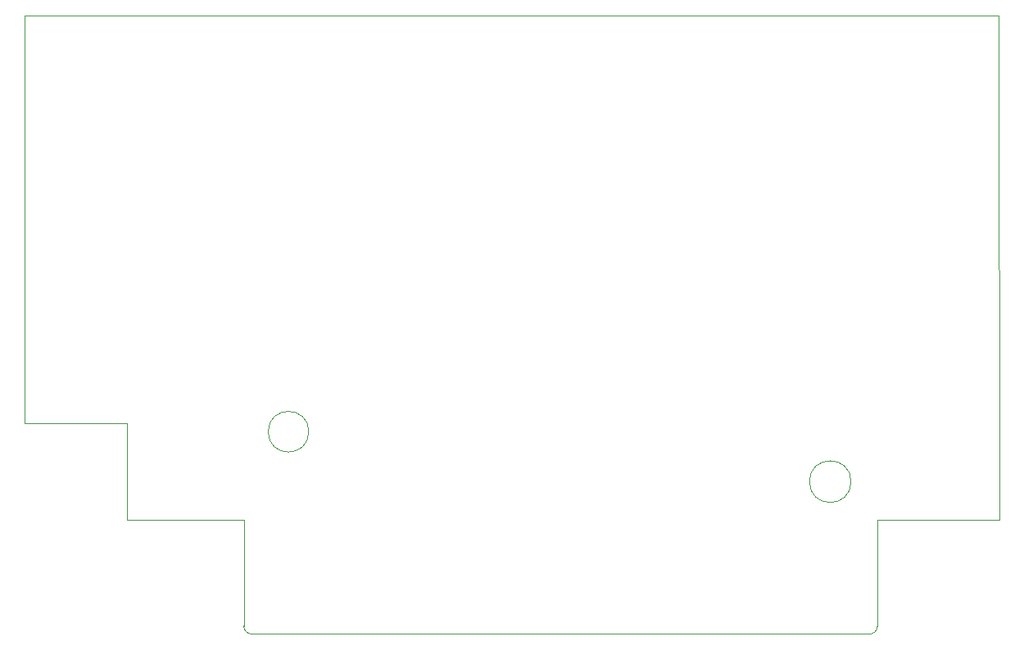
<source format=gbr>
%TF.GenerationSoftware,KiCad,Pcbnew,7.0.1*%
%TF.CreationDate,2023-03-19T20:13:41+09:00*%
%TF.ProjectId,project2,70726f6a-6563-4743-922e-6b696361645f,rev?*%
%TF.SameCoordinates,Original*%
%TF.FileFunction,Profile,NP*%
%FSLAX46Y46*%
G04 Gerber Fmt 4.6, Leading zero omitted, Abs format (unit mm)*
G04 Created by KiCad (PCBNEW 7.0.1) date 2023-03-19 20:13:41*
%MOMM*%
%LPD*%
G01*
G04 APERTURE LIST*
%TA.AperFunction,Profile*%
%ADD10C,0.100000*%
%TD*%
G04 APERTURE END LIST*
D10*
X112315213Y-121905231D02*
X112307946Y-132867211D01*
X176987979Y-133689500D02*
G75*
G03*
X177800089Y-132865391I-12079J824100D01*
G01*
X190354521Y-69735023D02*
X89684995Y-69733888D01*
X175077677Y-117929984D02*
G75*
G03*
X175077677Y-117929984I-2155751J0D01*
G01*
X100212701Y-111919167D02*
X100214969Y-121900800D01*
X119032500Y-112764321D02*
G75*
G03*
X119032500Y-112764321I-2101915J0D01*
G01*
X177800000Y-121920000D02*
X190398682Y-121922954D01*
X177800089Y-132865391D02*
X177800000Y-121920000D01*
X190398682Y-121922954D02*
X190354521Y-69735023D01*
X113135526Y-133691010D02*
X176987979Y-133689526D01*
X89684995Y-69733888D02*
X89696072Y-111923598D01*
X89696072Y-111923598D02*
X100212701Y-111919167D01*
X112307899Y-132867211D02*
G75*
G03*
X113135526Y-133691010I827601J3811D01*
G01*
X100214969Y-121900800D02*
X112315213Y-121905231D01*
M02*

</source>
